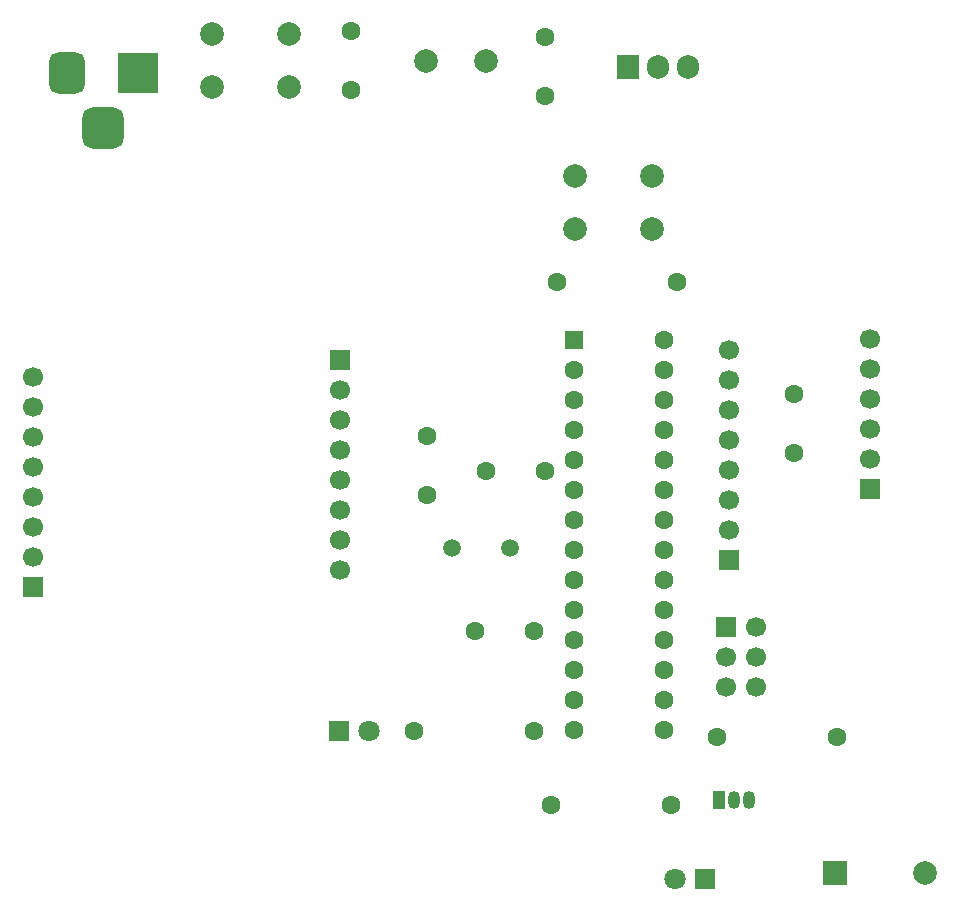
<source format=gbr>
%TF.GenerationSoftware,KiCad,Pcbnew,9.0.5*%
%TF.CreationDate,2026-02-23T00:05:01+05:30*%
%TF.ProjectId,AVR_Controller_E168_E3,4156525f-436f-46e7-9472-6f6c6c65725f,rev?*%
%TF.SameCoordinates,Original*%
%TF.FileFunction,Soldermask,Bot*%
%TF.FilePolarity,Negative*%
%FSLAX46Y46*%
G04 Gerber Fmt 4.6, Leading zero omitted, Abs format (unit mm)*
G04 Created by KiCad (PCBNEW 9.0.5) date 2026-02-23 00:05:01*
%MOMM*%
%LPD*%
G01*
G04 APERTURE LIST*
G04 Aperture macros list*
%AMRoundRect*
0 Rectangle with rounded corners*
0 $1 Rounding radius*
0 $2 $3 $4 $5 $6 $7 $8 $9 X,Y pos of 4 corners*
0 Add a 4 corners polygon primitive as box body*
4,1,4,$2,$3,$4,$5,$6,$7,$8,$9,$2,$3,0*
0 Add four circle primitives for the rounded corners*
1,1,$1+$1,$2,$3*
1,1,$1+$1,$4,$5*
1,1,$1+$1,$6,$7*
1,1,$1+$1,$8,$9*
0 Add four rect primitives between the rounded corners*
20,1,$1+$1,$2,$3,$4,$5,0*
20,1,$1+$1,$4,$5,$6,$7,0*
20,1,$1+$1,$6,$7,$8,$9,0*
20,1,$1+$1,$8,$9,$2,$3,0*%
G04 Aperture macros list end*
%ADD10C,2.000000*%
%ADD11R,2.000000X2.000000*%
%ADD12C,1.700000*%
%ADD13R,1.700000X1.700000*%
%ADD14R,1.905000X2.000000*%
%ADD15O,1.905000X2.000000*%
%ADD16C,1.600000*%
%ADD17R,1.050000X1.500000*%
%ADD18O,1.050000X1.500000*%
%ADD19R,3.500000X3.500000*%
%ADD20RoundRect,0.750000X-0.750000X-1.000000X0.750000X-1.000000X0.750000X1.000000X-0.750000X1.000000X0*%
%ADD21RoundRect,0.875000X-0.875000X-0.875000X0.875000X-0.875000X0.875000X0.875000X-0.875000X0.875000X0*%
%ADD22R,1.800000X1.800000*%
%ADD23C,1.800000*%
%ADD24C,1.500000*%
%ADD25RoundRect,0.250000X-0.550000X-0.550000X0.550000X-0.550000X0.550000X0.550000X-0.550000X0.550000X0*%
G04 APERTURE END LIST*
D10*
%TO.C,BZ1*%
X215600000Y-140500000D03*
D11*
X208000000Y-140500000D03*
%TD*%
D12*
%TO.C,J2*%
X166100000Y-114890000D03*
X166100000Y-112350000D03*
X166100000Y-109810000D03*
X166100000Y-107270000D03*
X166100000Y-104730000D03*
X166100000Y-102190000D03*
X166100000Y-99650000D03*
D13*
X166100000Y-97110000D03*
%TD*%
D12*
%TO.C,J4*%
X211000000Y-95300000D03*
X211000000Y-97840000D03*
X211000000Y-100380000D03*
X211000000Y-102920000D03*
X211000000Y-105460000D03*
D13*
X211000000Y-108000000D03*
%TD*%
D14*
%TO.C,U3*%
X190500000Y-72250000D03*
D15*
X193040000Y-72250000D03*
X195580000Y-72250000D03*
%TD*%
D10*
%TO.C,SW2*%
X155250000Y-69500000D03*
X161750000Y-69500000D03*
X155250000Y-74000000D03*
X161750000Y-74000000D03*
%TD*%
D16*
%TO.C,R4*%
X198000000Y-129000000D03*
X208160000Y-129000000D03*
%TD*%
%TO.C,R3*%
X184000000Y-134750000D03*
X194160000Y-134750000D03*
%TD*%
%TO.C,R2*%
X182500000Y-128500000D03*
X172340000Y-128500000D03*
%TD*%
D17*
%TO.C,Q1*%
X198230000Y-134360000D03*
D18*
X199500000Y-134360000D03*
X200770000Y-134360000D03*
%TD*%
D13*
%TO.C,J6*%
X140100000Y-116270000D03*
D12*
X140100000Y-113730000D03*
X140100000Y-111190000D03*
X140100000Y-108650000D03*
X140100000Y-106110000D03*
X140100000Y-103570000D03*
X140100000Y-101030000D03*
X140100000Y-98490000D03*
%TD*%
D19*
%TO.C,J5*%
X149000000Y-72750000D03*
D20*
X143000000Y-72750000D03*
D21*
X146000000Y-77450000D03*
%TD*%
D10*
%TO.C,FB1*%
X173420000Y-71750000D03*
X178500000Y-71750000D03*
%TD*%
D22*
%TO.C,D2*%
X197000000Y-141000000D03*
D23*
X194460000Y-141000000D03*
%TD*%
D22*
%TO.C,D1*%
X166000000Y-128500000D03*
D23*
X168540000Y-128500000D03*
%TD*%
D16*
%TO.C,C8*%
X183500000Y-74750000D03*
X183500000Y-69750000D03*
%TD*%
%TO.C,C7*%
X167000000Y-74250000D03*
X167000000Y-69250000D03*
%TD*%
%TO.C,C4*%
X177500000Y-120000000D03*
X182500000Y-120000000D03*
%TD*%
%TO.C,C3*%
X173500000Y-108500000D03*
X173500000Y-103500000D03*
%TD*%
D24*
%TO.C,Y1*%
X175620000Y-113000000D03*
X180500000Y-113000000D03*
%TD*%
D10*
%TO.C,SW1*%
X186000000Y-81500000D03*
X192500000Y-81500000D03*
X186000000Y-86000000D03*
X192500000Y-86000000D03*
%TD*%
D25*
%TO.C,U1*%
X185880000Y-95420000D03*
D16*
X185880000Y-97960000D03*
X185880000Y-100500000D03*
X185880000Y-103040000D03*
X185880000Y-105580000D03*
X185880000Y-108120000D03*
X185880000Y-110660000D03*
X185880000Y-113200000D03*
X185880000Y-115740000D03*
X185880000Y-118280000D03*
X185880000Y-120820000D03*
X185880000Y-123360000D03*
X185880000Y-125900000D03*
X185880000Y-128440000D03*
X193500000Y-128440000D03*
X193500000Y-125900000D03*
X193500000Y-123360000D03*
X193500000Y-120820000D03*
X193500000Y-118280000D03*
X193500000Y-115740000D03*
X193500000Y-113200000D03*
X193500000Y-110660000D03*
X193500000Y-108120000D03*
X193500000Y-105580000D03*
X193500000Y-103040000D03*
X193500000Y-100500000D03*
X193500000Y-97960000D03*
X193500000Y-95420000D03*
%TD*%
%TO.C,C6*%
X178500000Y-106500000D03*
X183500000Y-106500000D03*
%TD*%
%TO.C,R1*%
X184500000Y-90500000D03*
X194660000Y-90500000D03*
%TD*%
%TO.C,C2*%
X204500000Y-100000000D03*
X204500000Y-105000000D03*
%TD*%
D13*
%TO.C,J1*%
X198820000Y-119730000D03*
D12*
X201360000Y-119730000D03*
X198820000Y-122270000D03*
X201360000Y-122270000D03*
X198820000Y-124810000D03*
X201360000Y-124810000D03*
%TD*%
D13*
%TO.C,J3*%
X199000000Y-114040000D03*
D12*
X199000000Y-111500000D03*
X199000000Y-108960000D03*
X199000000Y-106420000D03*
X199000000Y-103880000D03*
X199000000Y-101340000D03*
X199000000Y-98800000D03*
X199000000Y-96260000D03*
%TD*%
M02*

</source>
